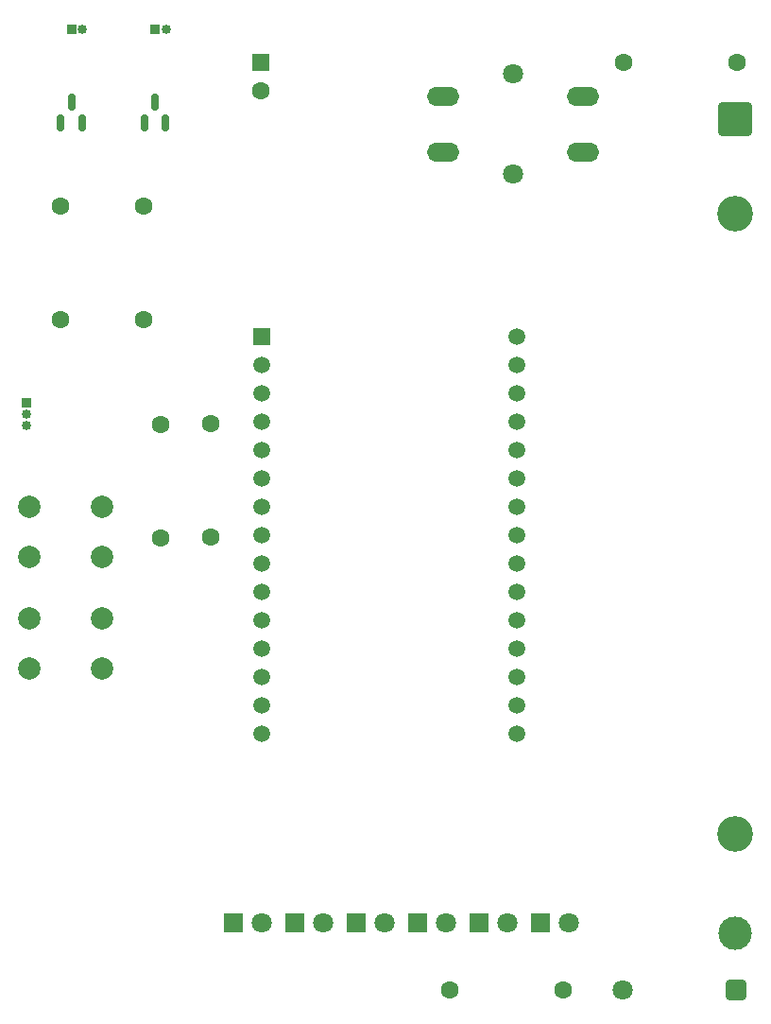
<source format=gbr>
%TF.GenerationSoftware,KiCad,Pcbnew,9.0.6*%
%TF.CreationDate,2025-12-27T01:17:39+02:00*%
%TF.ProjectId,StrikaballMultifunctionalDevice,53747269-6b61-4626-916c-6c4d756c7469,rev?*%
%TF.SameCoordinates,Original*%
%TF.FileFunction,Soldermask,Top*%
%TF.FilePolarity,Negative*%
%FSLAX46Y46*%
G04 Gerber Fmt 4.6, Leading zero omitted, Abs format (unit mm)*
G04 Created by KiCad (PCBNEW 9.0.6) date 2025-12-27 01:17:39*
%MOMM*%
%LPD*%
G01*
G04 APERTURE LIST*
G04 Aperture macros list*
%AMRoundRect*
0 Rectangle with rounded corners*
0 $1 Rounding radius*
0 $2 $3 $4 $5 $6 $7 $8 $9 X,Y pos of 4 corners*
0 Add a 4 corners polygon primitive as box body*
4,1,4,$2,$3,$4,$5,$6,$7,$8,$9,$2,$3,0*
0 Add four circle primitives for the rounded corners*
1,1,$1+$1,$2,$3*
1,1,$1+$1,$4,$5*
1,1,$1+$1,$6,$7*
1,1,$1+$1,$8,$9*
0 Add four rect primitives between the rounded corners*
20,1,$1+$1,$2,$3,$4,$5,0*
20,1,$1+$1,$4,$5,$6,$7,0*
20,1,$1+$1,$6,$7,$8,$9,0*
20,1,$1+$1,$8,$9,$2,$3,0*%
G04 Aperture macros list end*
%ADD10C,3.200000*%
%ADD11RoundRect,0.249999X-1.250001X1.250001X-1.250001X-1.250001X1.250001X-1.250001X1.250001X1.250001X0*%
%ADD12C,3.000000*%
%ADD13C,1.600000*%
%ADD14C,1.800000*%
%ADD15O,2.900000X1.700000*%
%ADD16R,1.800000X1.800000*%
%ADD17R,0.850000X0.850000*%
%ADD18C,0.850000*%
%ADD19RoundRect,0.150000X0.150000X-0.587500X0.150000X0.587500X-0.150000X0.587500X-0.150000X-0.587500X0*%
%ADD20C,2.000000*%
%ADD21RoundRect,0.250000X0.650000X0.650000X-0.650000X0.650000X-0.650000X-0.650000X0.650000X-0.650000X0*%
%ADD22R,1.500000X1.500000*%
%ADD23C,1.500000*%
%ADD24RoundRect,0.250000X-0.550000X0.550000X-0.550000X-0.550000X0.550000X-0.550000X0.550000X0.550000X0*%
G04 APERTURE END LIST*
D10*
%TO.C,BT1*%
X190500000Y-67995000D03*
X190500000Y-123605000D03*
D11*
X190500000Y-59550000D03*
D12*
X190500000Y-132450000D03*
%TD*%
D13*
%TO.C,R5*%
X190660000Y-54500000D03*
X180500000Y-54500000D03*
%TD*%
D14*
%TO.C,SW3*%
X170580000Y-55500000D03*
X170580000Y-64500000D03*
D15*
X164330000Y-57500000D03*
X176830000Y-57500000D03*
X164330000Y-62500000D03*
X176830000Y-62500000D03*
%TD*%
D16*
%TO.C,D4*%
X145500000Y-131500000D03*
D14*
X148040000Y-131500000D03*
%TD*%
D13*
%TO.C,R3*%
X137500000Y-77500000D03*
X137500000Y-67340000D03*
%TD*%
D17*
%TO.C,U1*%
X138500000Y-51500000D03*
D18*
X139500000Y-51500000D03*
%TD*%
D13*
%TO.C,R2*%
X139000000Y-97080000D03*
X139000000Y-86920000D03*
%TD*%
D19*
%TO.C,Q1*%
X137550000Y-59937500D03*
X139450000Y-59937500D03*
X138500000Y-58062500D03*
%TD*%
D13*
%TO.C,R1*%
X164920000Y-137500000D03*
X175080000Y-137500000D03*
%TD*%
D20*
%TO.C,SW1*%
X127250000Y-94250000D03*
X133750000Y-94250000D03*
X127250000Y-98750000D03*
X133750000Y-98750000D03*
%TD*%
D16*
%TO.C,D1*%
X173000000Y-131500000D03*
D14*
X175540000Y-131500000D03*
%TD*%
D17*
%TO.C,U3*%
X131000000Y-51500000D03*
D18*
X132000000Y-51500000D03*
%TD*%
D13*
%TO.C,R6*%
X143500000Y-97000000D03*
X143500000Y-86840000D03*
%TD*%
D17*
%TO.C,U4*%
X127000000Y-85000000D03*
D18*
X127000000Y-86000000D03*
X127000000Y-87000000D03*
%TD*%
D20*
%TO.C,SW2*%
X133750000Y-108750000D03*
X127250000Y-108750000D03*
X133750000Y-104250000D03*
X127250000Y-104250000D03*
%TD*%
D16*
%TO.C,D6*%
X151000000Y-131500000D03*
D14*
X153540000Y-131500000D03*
%TD*%
D21*
%TO.C,D7*%
X190580000Y-137500000D03*
D14*
X180420000Y-137500000D03*
%TD*%
D16*
%TO.C,D3*%
X162000000Y-131500000D03*
D14*
X164540000Y-131500000D03*
%TD*%
D19*
%TO.C,Q2*%
X130050000Y-59937500D03*
X131950000Y-59937500D03*
X131000000Y-58062500D03*
%TD*%
D16*
%TO.C,D2*%
X167500000Y-131500000D03*
D14*
X170040000Y-131500000D03*
%TD*%
D16*
%TO.C,D5*%
X156500000Y-131500000D03*
D14*
X159040000Y-131500000D03*
%TD*%
D22*
%TO.C,U2*%
X148070000Y-79005000D03*
D23*
X148070000Y-81545000D03*
X148070000Y-84085000D03*
X148070000Y-86625000D03*
X148070000Y-89165000D03*
X148070000Y-91705000D03*
X148070000Y-94245000D03*
X148070000Y-96785000D03*
X148070000Y-99325000D03*
X148070000Y-101865000D03*
X148070000Y-104405000D03*
X148070000Y-106945000D03*
X148070000Y-109485000D03*
X148070000Y-112025000D03*
X148070000Y-114565000D03*
X170930000Y-114565000D03*
X170930000Y-112025000D03*
X170930000Y-109485000D03*
X170930000Y-106945000D03*
X170930000Y-104405000D03*
X170930000Y-101865000D03*
X170930000Y-99325000D03*
X170930000Y-96785000D03*
X170930000Y-94245000D03*
X170930000Y-91705000D03*
X170930000Y-89165000D03*
X170930000Y-86625000D03*
X170930000Y-84085000D03*
X170930000Y-81545000D03*
X170930000Y-79005000D03*
%TD*%
D24*
%TO.C,C1*%
X148000000Y-54500000D03*
D13*
X148000000Y-57000000D03*
%TD*%
%TO.C,R4*%
X130000000Y-77500000D03*
X130000000Y-67340000D03*
%TD*%
M02*

</source>
